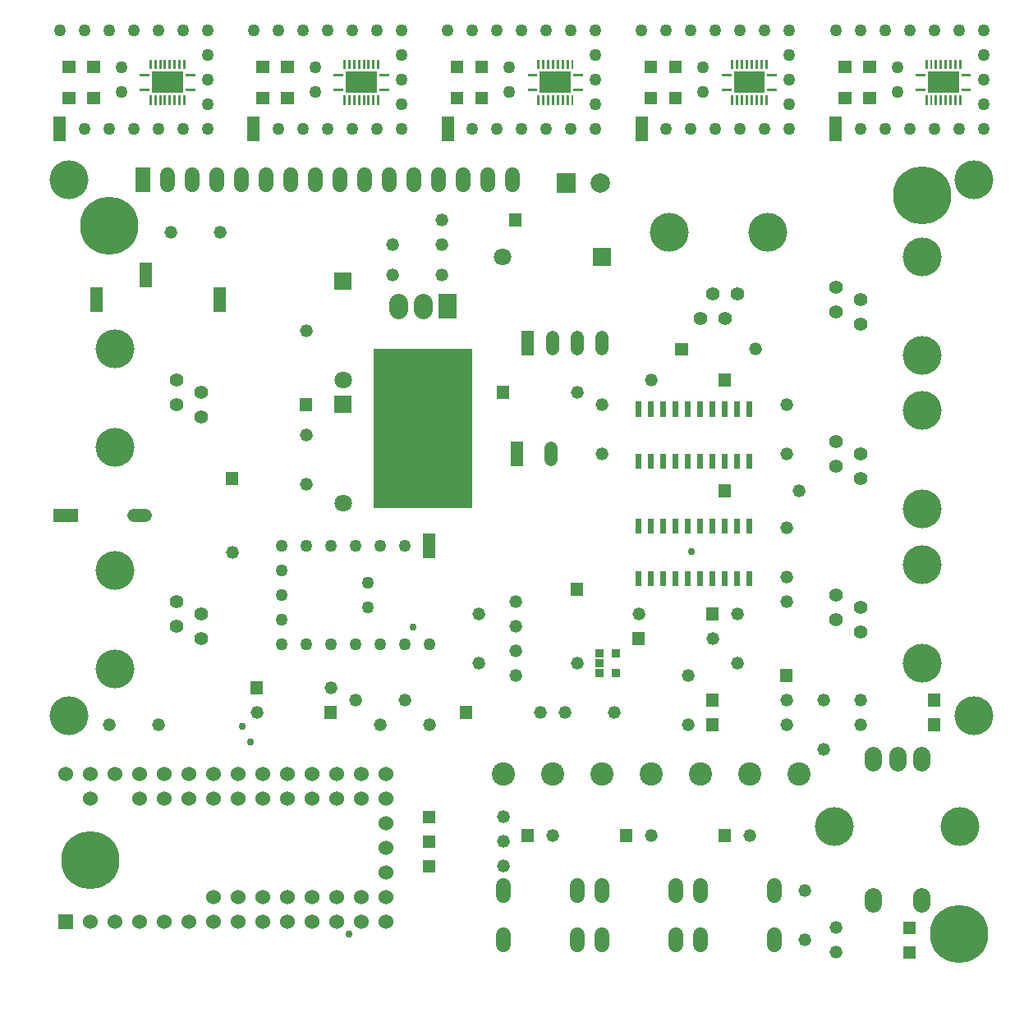
<source format=gts>
%FSLAX24Y24*%
%MOIN*%
%ADD10C,0.0300*%
%ADD11C,0.0500*%
%ADD12C,0.0520*%
%ADD13C,0.0551*%
%ADD14C,0.0591*%
%ADD15C,0.0600*%
%ADD16C,0.0700*%
%ADD17C,0.0709*%
%ADD18C,0.0750*%
%ADD19C,0.0787*%
%ADD20C,0.0945*%
%ADD21C,0.1575*%
%ADD22C,0.2362*%
D10*
G01X26641Y17288D03*
X8758Y9552D03*
X12734Y1734D03*
X15356Y14228D03*
X8427Y10176D03*
D11*
G01X11000Y17500D03*
X10000Y17500D03*
X10000Y14500D03*
X14000Y17500D03*
X15000Y17500D03*
X14000Y13500D03*
X13500Y16000D03*
X12000Y13500D03*
X10000Y13500D03*
X10000Y15500D03*
X13000Y13500D03*
X12000Y17500D03*
X15000Y13500D03*
X13000Y17500D03*
X16000Y13500D03*
X13500Y15000D03*
X10000Y16500D03*
X11000Y13500D03*
X5000Y38458D03*
X2000Y34458D03*
X6000Y38458D03*
X6000Y34458D03*
X7000Y34458D03*
X2000Y38458D03*
X1000Y38458D03*
X7000Y37458D03*
X4000Y38458D03*
X3500Y35958D03*
X3500Y36958D03*
X7000Y35458D03*
X5000Y34458D03*
X7000Y36458D03*
X7000Y38458D03*
X3000Y34458D03*
X4000Y34458D03*
X3000Y38458D03*
X12874Y38458D03*
X9874Y34458D03*
X13874Y38458D03*
X13874Y34458D03*
X14874Y34458D03*
X9874Y38458D03*
X8874Y38458D03*
X14874Y37458D03*
X11874Y38458D03*
X11374Y35958D03*
X11374Y36958D03*
X14874Y35458D03*
X12874Y34458D03*
X14874Y36458D03*
X14874Y38458D03*
X10874Y34458D03*
X11874Y34458D03*
X10874Y38458D03*
X20748Y38458D03*
X17748Y34458D03*
X21748Y38458D03*
X21748Y34458D03*
X22748Y34458D03*
X17748Y38458D03*
X16748Y38458D03*
X22748Y37458D03*
X19748Y38458D03*
X19248Y35958D03*
X19248Y36958D03*
X22748Y35458D03*
X20748Y34458D03*
X22748Y36458D03*
X22748Y38458D03*
X18748Y34458D03*
X19748Y34458D03*
X18748Y38458D03*
X28622Y38458D03*
X25622Y34458D03*
X29622Y38458D03*
X29622Y34458D03*
X30622Y34458D03*
X25622Y38458D03*
X24622Y38458D03*
X30622Y37458D03*
X27622Y38458D03*
X27122Y35958D03*
X27122Y36958D03*
X30622Y35458D03*
X28622Y34458D03*
X30622Y36458D03*
X30622Y38458D03*
X26622Y34458D03*
X27622Y34458D03*
X26622Y38458D03*
X36496Y38458D03*
X33496Y34458D03*
X37496Y38458D03*
X37496Y34458D03*
X38496Y34458D03*
X33496Y38458D03*
X32496Y38458D03*
X38496Y37458D03*
X35496Y38458D03*
X34996Y35958D03*
X34996Y36958D03*
X38496Y35458D03*
X36496Y34458D03*
X38496Y36458D03*
X38496Y38458D03*
X34496Y34458D03*
X35496Y34458D03*
X34496Y38458D03*
D12*
G01X5500Y30250D03*
X7500Y30250D03*
X23500Y10750D03*
X21500Y10750D03*
X30500Y15250D03*
X3000Y10250D03*
X5000Y10250D03*
X28500Y12750D03*
X28500Y14750D03*
X14500Y29750D03*
X16500Y29750D03*
X30500Y23250D03*
X30500Y21250D03*
X11000Y22000D03*
X11000Y20000D03*
X23000Y23250D03*
X23000Y21250D03*
X30500Y18250D03*
X30500Y16250D03*
X29250Y25500D03*
X25000Y24250D03*
X31000Y19750D03*
X14500Y28500D03*
X16500Y28500D03*
X11000Y26250D03*
X16500Y30750D03*
X4490Y18750D02*
X4010Y18750D01*
X8000Y17250D03*
X27500Y13750D03*
X24500Y14750D03*
X19500Y13250D03*
X19500Y12250D03*
X19500Y14250D03*
X19500Y15250D03*
X18000Y14750D03*
X18000Y12750D03*
X16000Y10250D03*
X14000Y10250D03*
X22000Y12750D03*
X20500Y10750D03*
X9000Y10750D03*
X12000Y11750D03*
X13000Y11250D03*
X15000Y11250D03*
X21000Y25990D02*
X21000Y25510D01*
X22000Y25990D02*
X22000Y25510D01*
X23000Y25990D02*
X23000Y25510D01*
X22000Y23750D03*
X20939Y21010D02*
X20939Y21490D01*
X29000Y5750D03*
X25000Y5750D03*
X21000Y5750D03*
X19000Y5500D03*
X19000Y6500D03*
X19000Y4500D03*
X32500Y2000D03*
X32500Y1000D03*
X31250Y1500D03*
X31250Y3500D03*
X33500Y11250D03*
X33500Y10250D03*
X32000Y9250D03*
X32000Y11250D03*
X30500Y10250D03*
X30500Y11250D03*
X26500Y10250D03*
X26500Y12250D03*
D13*
G01X33500Y14000D03*
X32500Y15500D03*
X33500Y15000D03*
X32500Y14500D03*
X33500Y20250D03*
X32500Y21750D03*
X33500Y21250D03*
X32500Y20750D03*
X33500Y26500D03*
X32500Y28000D03*
X33500Y27500D03*
X32500Y27000D03*
X28500Y27750D03*
X27000Y26750D03*
X27500Y27750D03*
X28000Y26750D03*
X5750Y24250D03*
X6750Y22750D03*
X5750Y23250D03*
X6750Y23750D03*
X5750Y15250D03*
X6750Y13750D03*
X5750Y14250D03*
X6750Y14750D03*
D14*
G01X14375Y32580D02*
X14375Y32170D01*
X7375Y32580D02*
X7375Y32170D01*
X15375Y32580D02*
X15375Y32170D01*
X10375Y32580D02*
X10375Y32170D01*
X13375Y32580D02*
X13375Y32170D01*
X18375Y32580D02*
X18375Y32170D01*
X11375Y32580D02*
X11375Y32170D01*
X8375Y32580D02*
X8375Y32170D01*
X19375Y32580D02*
X19375Y32170D01*
X6375Y32580D02*
X6375Y32170D01*
X12375Y32580D02*
X12375Y32170D01*
X9375Y32580D02*
X9375Y32170D01*
X16375Y32580D02*
X16375Y32170D01*
X17375Y32580D02*
X17375Y32170D01*
X5375Y32580D02*
X5375Y32170D01*
D15*
G01X13250Y8250D03*
X5250Y8250D03*
X11250Y7250D03*
X13250Y7250D03*
X7250Y7250D03*
X8250Y2250D03*
X14250Y2250D03*
X7250Y2250D03*
X9250Y7250D03*
X4250Y8250D03*
X7250Y3250D03*
X10250Y2250D03*
X6250Y8250D03*
X8250Y3250D03*
X12250Y3250D03*
X9250Y2250D03*
X9250Y3250D03*
X10250Y7250D03*
X12250Y8250D03*
X13250Y2250D03*
X14250Y8250D03*
X6250Y7250D03*
X10250Y3250D03*
X8250Y7250D03*
X9250Y8250D03*
X3250Y8250D03*
X11250Y2250D03*
X4250Y2250D03*
X12250Y2250D03*
X14250Y7250D03*
X14250Y3250D03*
X13250Y3250D03*
X7250Y8250D03*
X8250Y8250D03*
X4250Y7250D03*
X14250Y5250D03*
X11250Y3250D03*
X3250Y2250D03*
X5250Y7250D03*
X1250Y8250D03*
X14250Y6250D03*
X2250Y8250D03*
X12250Y7250D03*
X6250Y2250D03*
X11250Y8250D03*
X5250Y2250D03*
X14250Y4250D03*
X2250Y2250D03*
X2250Y7250D03*
X10250Y8250D03*
X22000Y3700D02*
X22000Y3300D01*
X22000Y1700D02*
X22000Y1300D01*
X19000Y1700D02*
X19000Y1300D01*
X19000Y3700D02*
X19000Y3300D01*
X26000Y3700D02*
X26000Y3300D01*
X26000Y1700D02*
X26000Y1300D01*
X23000Y1700D02*
X23000Y1300D01*
X23000Y3700D02*
X23000Y3300D01*
X30000Y3700D02*
X30000Y3300D01*
X30000Y1700D02*
X30000Y1300D01*
X27000Y1700D02*
X27000Y1300D01*
X27000Y3700D02*
X27000Y3300D01*
D16*
G01X35000Y9004D02*
X35000Y8704D01*
X35984Y3296D02*
X35984Y2996D01*
X34016Y3296D02*
X34016Y2996D01*
X35984Y9004D02*
X35984Y8704D01*
X34016Y9004D02*
X34016Y8704D01*
D17*
G01X18987Y29250D03*
X12500Y24237D03*
X12500Y19237D03*
D18*
G01X14750Y27125D02*
X14750Y27375D01*
X15750Y27125D02*
X15750Y27375D01*
D19*
G01X22939Y32250D03*
D20*
G01X31000Y8250D03*
X19000Y8250D03*
X29000Y8250D03*
X21000Y8250D03*
X27000Y8250D03*
X25000Y8250D03*
X23000Y8250D03*
D21*
G01X36000Y16750D03*
X36000Y12750D03*
X36000Y23000D03*
X36000Y19000D03*
X36000Y29250D03*
X36000Y25250D03*
X25750Y30250D03*
X29750Y30250D03*
X1375Y32375D03*
X1375Y10625D03*
X38125Y10625D03*
X38125Y32375D03*
X3250Y21500D03*
X3250Y25500D03*
X3250Y12500D03*
X3250Y16500D03*
X32441Y6098D03*
X37559Y6098D03*
D22*
G01X37500Y1750D03*
X36000Y31750D03*
X3000Y30500D03*
X2250Y4750D03*
G36*
X22657Y28895D02*
X23366Y28895D01*
X23366Y29604D01*
X22657Y29604D01*
X22657Y28895D01*
G37*
G36*
X30240Y12510D02*
X30240Y11990D01*
X30760Y11990D01*
X30760Y12510D01*
X30240Y12510D01*
G37*
G36*
X21954Y32643D02*
X21167Y32643D01*
X21167Y31856D01*
X21954Y31856D01*
X21954Y32643D01*
G37*
G36*
X16375Y26750D02*
X17125Y26750D01*
X17125Y27750D01*
X16375Y27750D01*
X16375Y26750D01*
G37*
G36*
X13750Y21000D02*
X17750Y21000D01*
X17750Y25500D01*
X13750Y25500D01*
X13750Y21000D01*
G37*
G36*
X13750Y19050D02*
X17750Y19050D01*
X17750Y21450D01*
X13750Y21450D01*
X13750Y19050D01*
G37*
G36*
X26510Y25760D02*
X25990Y25760D01*
X25990Y25240D01*
X26510Y25240D01*
X26510Y25760D01*
G37*
G36*
X27740Y23990D02*
X28260Y23990D01*
X28260Y24510D01*
X27740Y24510D01*
X27740Y23990D01*
G37*
G36*
X28260Y20010D02*
X27740Y20010D01*
X27740Y19490D01*
X28260Y19490D01*
X28260Y20010D01*
G37*
G36*
X29118Y16492D02*
X28882Y16492D01*
X28882Y15882D01*
X29118Y15882D01*
X29118Y16492D01*
G37*
G36*
X27118Y18618D02*
X26882Y18618D01*
X26882Y18008D01*
X27118Y18008D01*
X27118Y18618D01*
G37*
G36*
X24618Y16492D02*
X24382Y16492D01*
X24382Y15882D01*
X24618Y15882D01*
X24618Y16492D01*
G37*
G36*
X25118Y16492D02*
X24882Y16492D01*
X24882Y15882D01*
X25118Y15882D01*
X25118Y16492D01*
G37*
G36*
X28118Y16492D02*
X27882Y16492D01*
X27882Y15882D01*
X28118Y15882D01*
X28118Y16492D01*
G37*
G36*
X27118Y16492D02*
X26882Y16492D01*
X26882Y15882D01*
X27118Y15882D01*
X27118Y16492D01*
G37*
G36*
X27618Y16492D02*
X27382Y16492D01*
X27382Y15882D01*
X27618Y15882D01*
X27618Y16492D01*
G37*
G36*
X25618Y18618D02*
X25382Y18618D01*
X25382Y18008D01*
X25618Y18008D01*
X25618Y18618D01*
G37*
G36*
X27618Y18618D02*
X27382Y18618D01*
X27382Y18008D01*
X27618Y18008D01*
X27618Y18618D01*
G37*
G36*
X28618Y16492D02*
X28382Y16492D01*
X28382Y15882D01*
X28618Y15882D01*
X28618Y16492D01*
G37*
G36*
X26118Y16492D02*
X25882Y16492D01*
X25882Y15882D01*
X26118Y15882D01*
X26118Y16492D01*
G37*
G36*
X28118Y18618D02*
X27882Y18618D01*
X27882Y18008D01*
X28118Y18008D01*
X28118Y18618D01*
G37*
G36*
X25618Y16492D02*
X25382Y16492D01*
X25382Y15882D01*
X25618Y15882D01*
X25618Y16492D01*
G37*
G36*
X28618Y18618D02*
X28382Y18618D01*
X28382Y18008D01*
X28618Y18008D01*
X28618Y18618D01*
G37*
G36*
X29118Y18618D02*
X28882Y18618D01*
X28882Y18008D01*
X29118Y18008D01*
X29118Y18618D01*
G37*
G36*
X26618Y16492D02*
X26382Y16492D01*
X26382Y15882D01*
X26618Y15882D01*
X26618Y16492D01*
G37*
G36*
X26118Y18618D02*
X25882Y18618D01*
X25882Y18008D01*
X26118Y18008D01*
X26118Y18618D01*
G37*
G36*
X26618Y18618D02*
X26382Y18618D01*
X26382Y18008D01*
X26618Y18008D01*
X26618Y18618D01*
G37*
G36*
X25118Y18618D02*
X24882Y18618D01*
X24882Y18008D01*
X25118Y18008D01*
X25118Y18618D01*
G37*
G36*
X24618Y18618D02*
X24382Y18618D01*
X24382Y18008D01*
X24618Y18008D01*
X24618Y18618D01*
G37*
G36*
X29118Y21242D02*
X28882Y21242D01*
X28882Y20632D01*
X29118Y20632D01*
X29118Y21242D01*
G37*
G36*
X27118Y23368D02*
X26882Y23368D01*
X26882Y22758D01*
X27118Y22758D01*
X27118Y23368D01*
G37*
G36*
X24618Y21242D02*
X24382Y21242D01*
X24382Y20632D01*
X24618Y20632D01*
X24618Y21242D01*
G37*
G36*
X25118Y21242D02*
X24882Y21242D01*
X24882Y20632D01*
X25118Y20632D01*
X25118Y21242D01*
G37*
G36*
X28118Y21242D02*
X27882Y21242D01*
X27882Y20632D01*
X28118Y20632D01*
X28118Y21242D01*
G37*
G36*
X27118Y21242D02*
X26882Y21242D01*
X26882Y20632D01*
X27118Y20632D01*
X27118Y21242D01*
G37*
G36*
X27618Y21242D02*
X27382Y21242D01*
X27382Y20632D01*
X27618Y20632D01*
X27618Y21242D01*
G37*
G36*
X25618Y23368D02*
X25382Y23368D01*
X25382Y22758D01*
X25618Y22758D01*
X25618Y23368D01*
G37*
G36*
X27618Y23368D02*
X27382Y23368D01*
X27382Y22758D01*
X27618Y22758D01*
X27618Y23368D01*
G37*
G36*
X28618Y21242D02*
X28382Y21242D01*
X28382Y20632D01*
X28618Y20632D01*
X28618Y21242D01*
G37*
G36*
X26118Y21242D02*
X25882Y21242D01*
X25882Y20632D01*
X26118Y20632D01*
X26118Y21242D01*
G37*
G36*
X28118Y23368D02*
X27882Y23368D01*
X27882Y22758D01*
X28118Y22758D01*
X28118Y23368D01*
G37*
G36*
X25618Y21242D02*
X25382Y21242D01*
X25382Y20632D01*
X25618Y20632D01*
X25618Y21242D01*
G37*
G36*
X28618Y23368D02*
X28382Y23368D01*
X28382Y22758D01*
X28618Y22758D01*
X28618Y23368D01*
G37*
G36*
X29118Y23368D02*
X28882Y23368D01*
X28882Y22758D01*
X29118Y22758D01*
X29118Y23368D01*
G37*
G36*
X26618Y21242D02*
X26382Y21242D01*
X26382Y20632D01*
X26618Y20632D01*
X26618Y21242D01*
G37*
G36*
X26118Y23368D02*
X25882Y23368D01*
X25882Y22758D01*
X26118Y22758D01*
X26118Y23368D01*
G37*
G36*
X26618Y23368D02*
X26382Y23368D01*
X26382Y22758D01*
X26618Y22758D01*
X26618Y23368D01*
G37*
G36*
X25118Y23368D02*
X24882Y23368D01*
X24882Y22758D01*
X25118Y22758D01*
X25118Y23368D01*
G37*
G36*
X24618Y23368D02*
X24382Y23368D01*
X24382Y22758D01*
X24618Y22758D01*
X24618Y23368D01*
G37*
G36*
X1550Y2550D02*
X950Y2550D01*
X950Y1950D01*
X1550Y1950D01*
X1550Y2550D01*
G37*
G36*
X12854Y27907D02*
X12854Y28616D01*
X12145Y28616D01*
X12145Y27907D01*
X12854Y27907D01*
G37*
G36*
X12854Y22907D02*
X12854Y23616D01*
X12145Y23616D01*
X12145Y22907D01*
X12854Y22907D01*
G37*
G36*
X10740Y23510D02*
X10740Y22990D01*
X11260Y22990D01*
X11260Y23510D01*
X10740Y23510D01*
G37*
G36*
X4670Y32875D02*
X4079Y32875D01*
X4079Y31875D01*
X4670Y31875D01*
X4670Y32875D01*
G37*
G36*
X4240Y28000D02*
X4760Y28000D01*
X4760Y29000D01*
X4240Y29000D01*
X4240Y28000D01*
G37*
G36*
X2240Y27000D02*
X2760Y27000D01*
X2760Y28000D01*
X2240Y28000D01*
X2240Y27000D01*
G37*
G36*
X7240Y27000D02*
X7760Y27000D01*
X7760Y28000D01*
X7240Y28000D01*
X7240Y27000D01*
G37*
G36*
X19240Y30490D02*
X19760Y30490D01*
X19760Y31010D01*
X19240Y31010D01*
X19240Y30490D01*
G37*
G36*
X1750Y18490D02*
X1750Y19010D01*
X750Y19010D01*
X750Y18490D01*
X1750Y18490D01*
G37*
G36*
X8260Y19990D02*
X8260Y20510D01*
X7740Y20510D01*
X7740Y19990D01*
X8260Y19990D01*
G37*
G36*
X15750Y17000D02*
X16250Y17000D01*
X16250Y18000D01*
X15750Y18000D01*
X15750Y17000D01*
G37*
G36*
X23090Y13305D02*
X22740Y13305D01*
X22740Y12995D01*
X23090Y12995D01*
X23090Y13305D01*
G37*
G36*
X23760Y13305D02*
X23410Y13305D01*
X23410Y12995D01*
X23760Y12995D01*
X23760Y13305D01*
G37*
G36*
X23760Y12505D02*
X23410Y12505D01*
X23410Y12195D01*
X23760Y12195D01*
X23760Y12505D01*
G37*
G36*
X23090Y12905D02*
X22740Y12905D01*
X22740Y12595D01*
X23090Y12595D01*
X23090Y12905D01*
G37*
G36*
X23090Y12505D02*
X22740Y12505D01*
X22740Y12195D01*
X23090Y12195D01*
X23090Y12505D01*
G37*
G36*
X24760Y14010D02*
X24240Y14010D01*
X24240Y13490D01*
X24760Y13490D01*
X24760Y14010D01*
G37*
G36*
X27240Y14490D02*
X27760Y14490D01*
X27760Y15010D01*
X27240Y15010D01*
X27240Y14490D01*
G37*
G36*
X22260Y15490D02*
X22260Y16010D01*
X21740Y16010D01*
X21740Y15490D01*
X22260Y15490D01*
G37*
G36*
X17760Y11010D02*
X17240Y11010D01*
X17240Y10490D01*
X17760Y10490D01*
X17760Y11010D01*
G37*
G36*
X11740Y10490D02*
X12260Y10490D01*
X12260Y11010D01*
X11740Y11010D01*
X11740Y10490D01*
G37*
G36*
X9260Y12010D02*
X8740Y12010D01*
X8740Y11490D01*
X9260Y11490D01*
X9260Y12010D01*
G37*
G36*
X20260Y26250D02*
X19740Y26250D01*
X19740Y25250D01*
X20260Y25250D01*
X20260Y26250D01*
G37*
G36*
X19260Y24010D02*
X18740Y24010D01*
X18740Y23490D01*
X19260Y23490D01*
X19260Y24010D01*
G37*
G36*
X19301Y20750D02*
X19821Y20750D01*
X19821Y21750D01*
X19301Y21750D01*
X19301Y20750D01*
G37*
G36*
X28260Y6010D02*
X27740Y6010D01*
X27740Y5490D01*
X28260Y5490D01*
X28260Y6010D01*
G37*
G36*
X24260Y6010D02*
X23740Y6010D01*
X23740Y5490D01*
X24260Y5490D01*
X24260Y6010D01*
G37*
G36*
X20260Y6010D02*
X19740Y6010D01*
X19740Y5490D01*
X20260Y5490D01*
X20260Y6010D01*
G37*
G36*
X16260Y5760D02*
X15740Y5760D01*
X15740Y5240D01*
X16260Y5240D01*
X16260Y5760D01*
G37*
G36*
X16260Y6760D02*
X15740Y6760D01*
X15740Y6240D01*
X16260Y6240D01*
X16260Y6760D01*
G37*
G36*
X16260Y4760D02*
X15740Y4760D01*
X15740Y4240D01*
X16260Y4240D01*
X16260Y4760D01*
G37*
G36*
X35240Y1740D02*
X35760Y1740D01*
X35760Y2260D01*
X35240Y2260D01*
X35240Y1740D01*
G37*
G36*
X35240Y740D02*
X35760Y740D01*
X35760Y1260D01*
X35240Y1260D01*
X35240Y740D01*
G37*
G36*
X36240Y10990D02*
X36760Y10990D01*
X36760Y11510D01*
X36240Y11510D01*
X36240Y10990D01*
G37*
G36*
X36240Y9990D02*
X36760Y9990D01*
X36760Y10510D01*
X36240Y10510D01*
X36240Y9990D01*
G37*
G36*
X27760Y10510D02*
X27240Y10510D01*
X27240Y9990D01*
X27760Y9990D01*
X27760Y10510D01*
G37*
G36*
X27760Y11510D02*
X27240Y11510D01*
X27240Y10990D01*
X27760Y10990D01*
X27760Y11510D01*
G37*
G36*
X4834Y37258D02*
X4834Y36864D01*
X4932Y36864D01*
X4932Y37258D01*
X4834Y37258D01*
G37*
G36*
X5424Y37258D02*
X5424Y36864D01*
X5522Y36864D01*
X5522Y37258D01*
X5424Y37258D01*
G37*
G36*
X6015Y35801D02*
X6015Y35407D01*
X6113Y35407D01*
X6113Y35801D01*
X6015Y35801D01*
G37*
G36*
X4253Y36677D02*
X4253Y36579D01*
X4647Y36579D01*
X4647Y36677D01*
X4253Y36677D01*
G37*
G36*
X6103Y36086D02*
X6103Y35988D01*
X6497Y35988D01*
X6497Y36086D01*
X6103Y36086D01*
G37*
G36*
X5228Y37258D02*
X5228Y36864D01*
X5326Y36864D01*
X5326Y37258D01*
X5228Y37258D01*
G37*
G36*
X5818Y35801D02*
X5818Y35407D01*
X5916Y35407D01*
X5916Y35801D01*
X5818Y35801D01*
G37*
G36*
X6103Y36677D02*
X6103Y36579D01*
X6497Y36579D01*
X6497Y36677D01*
X6103Y36677D01*
G37*
G36*
X5031Y35801D02*
X5031Y35407D01*
X5129Y35407D01*
X5129Y35801D01*
X5031Y35801D01*
G37*
G36*
X4834Y35801D02*
X4834Y35407D01*
X4932Y35407D01*
X4932Y35801D01*
X4834Y35801D01*
G37*
G36*
X5228Y35801D02*
X5228Y35407D01*
X5326Y35407D01*
X5326Y35801D01*
X5228Y35801D01*
G37*
G36*
X5621Y35801D02*
X5621Y35407D01*
X5719Y35407D01*
X5719Y35801D01*
X5621Y35801D01*
G37*
G36*
X4637Y37258D02*
X4637Y36864D01*
X4735Y36864D01*
X4735Y37258D01*
X4637Y37258D01*
G37*
G36*
X5424Y35801D02*
X5424Y35407D01*
X5522Y35407D01*
X5522Y35801D01*
X5424Y35801D01*
G37*
G36*
X5621Y37258D02*
X5621Y36864D01*
X5719Y36864D01*
X5719Y37258D01*
X5621Y37258D01*
G37*
G36*
X5818Y37258D02*
X5818Y36864D01*
X5916Y36864D01*
X5916Y37258D01*
X5818Y37258D01*
G37*
G36*
X4745Y36766D02*
X4745Y35900D01*
X6005Y35900D01*
X6005Y36766D01*
X4745Y36766D01*
G37*
G36*
X4637Y35801D02*
X4637Y35407D01*
X4735Y35407D01*
X4735Y35801D01*
X4637Y35801D01*
G37*
G36*
X6015Y37258D02*
X6015Y36864D01*
X6113Y36864D01*
X6113Y37258D01*
X6015Y37258D01*
G37*
G36*
X4253Y36086D02*
X4253Y35988D01*
X4647Y35988D01*
X4647Y36086D01*
X4253Y36086D01*
G37*
G36*
X5031Y37258D02*
X5031Y36864D01*
X5129Y36864D01*
X5129Y37258D01*
X5031Y37258D01*
G37*
G36*
X1250Y34958D02*
X750Y34958D01*
X750Y33958D01*
X1250Y33958D01*
X1250Y34958D01*
G37*
G36*
X1635Y37208D02*
X1115Y37208D01*
X1115Y36708D01*
X1635Y36708D01*
X1635Y37208D01*
G37*
G36*
X2635Y37208D02*
X2115Y37208D01*
X2115Y36708D01*
X2635Y36708D01*
X2635Y37208D01*
G37*
G36*
X1635Y35958D02*
X1115Y35958D01*
X1115Y35458D01*
X1635Y35458D01*
X1635Y35958D01*
G37*
G36*
X2635Y35958D02*
X2115Y35958D01*
X2115Y35458D01*
X2635Y35458D01*
X2635Y35958D01*
G37*
G36*
X12708Y37258D02*
X12708Y36864D01*
X12806Y36864D01*
X12806Y37258D01*
X12708Y37258D01*
G37*
G36*
X13298Y37258D02*
X13298Y36864D01*
X13396Y36864D01*
X13396Y37258D01*
X13298Y37258D01*
G37*
G36*
X13889Y35801D02*
X13889Y35407D01*
X13987Y35407D01*
X13987Y35801D01*
X13889Y35801D01*
G37*
G36*
X12127Y36677D02*
X12127Y36579D01*
X12521Y36579D01*
X12521Y36677D01*
X12127Y36677D01*
G37*
G36*
X13977Y36086D02*
X13977Y35988D01*
X14371Y35988D01*
X14371Y36086D01*
X13977Y36086D01*
G37*
G36*
X13102Y37258D02*
X13102Y36864D01*
X13200Y36864D01*
X13200Y37258D01*
X13102Y37258D01*
G37*
G36*
X13692Y35801D02*
X13692Y35407D01*
X13790Y35407D01*
X13790Y35801D01*
X13692Y35801D01*
G37*
G36*
X13977Y36677D02*
X13977Y36579D01*
X14371Y36579D01*
X14371Y36677D01*
X13977Y36677D01*
G37*
G36*
X12905Y35801D02*
X12905Y35407D01*
X13003Y35407D01*
X13003Y35801D01*
X12905Y35801D01*
G37*
G36*
X12708Y35801D02*
X12708Y35407D01*
X12806Y35407D01*
X12806Y35801D01*
X12708Y35801D01*
G37*
G36*
X13102Y35801D02*
X13102Y35407D01*
X13200Y35407D01*
X13200Y35801D01*
X13102Y35801D01*
G37*
G36*
X13495Y35801D02*
X13495Y35407D01*
X13593Y35407D01*
X13593Y35801D01*
X13495Y35801D01*
G37*
G36*
X12511Y37258D02*
X12511Y36864D01*
X12609Y36864D01*
X12609Y37258D01*
X12511Y37258D01*
G37*
G36*
X13298Y35801D02*
X13298Y35407D01*
X13396Y35407D01*
X13396Y35801D01*
X13298Y35801D01*
G37*
G36*
X13495Y37258D02*
X13495Y36864D01*
X13593Y36864D01*
X13593Y37258D01*
X13495Y37258D01*
G37*
G36*
X13692Y37258D02*
X13692Y36864D01*
X13790Y36864D01*
X13790Y37258D01*
X13692Y37258D01*
G37*
G36*
X12619Y36766D02*
X12619Y35900D01*
X13879Y35900D01*
X13879Y36766D01*
X12619Y36766D01*
G37*
G36*
X12511Y35801D02*
X12511Y35407D01*
X12609Y35407D01*
X12609Y35801D01*
X12511Y35801D01*
G37*
G36*
X13889Y37258D02*
X13889Y36864D01*
X13987Y36864D01*
X13987Y37258D01*
X13889Y37258D01*
G37*
G36*
X12127Y36086D02*
X12127Y35988D01*
X12521Y35988D01*
X12521Y36086D01*
X12127Y36086D01*
G37*
G36*
X12905Y37258D02*
X12905Y36864D01*
X13003Y36864D01*
X13003Y37258D01*
X12905Y37258D01*
G37*
G36*
X9124Y34958D02*
X8624Y34958D01*
X8624Y33958D01*
X9124Y33958D01*
X9124Y34958D01*
G37*
G36*
X9509Y37208D02*
X8989Y37208D01*
X8989Y36708D01*
X9509Y36708D01*
X9509Y37208D01*
G37*
G36*
X10509Y37208D02*
X9989Y37208D01*
X9989Y36708D01*
X10509Y36708D01*
X10509Y37208D01*
G37*
G36*
X9509Y35958D02*
X8989Y35958D01*
X8989Y35458D01*
X9509Y35458D01*
X9509Y35958D01*
G37*
G36*
X10509Y35958D02*
X9989Y35958D01*
X9989Y35458D01*
X10509Y35458D01*
X10509Y35958D01*
G37*
G36*
X20582Y37258D02*
X20582Y36864D01*
X20680Y36864D01*
X20680Y37258D01*
X20582Y37258D01*
G37*
G36*
X21172Y37258D02*
X21172Y36864D01*
X21270Y36864D01*
X21270Y37258D01*
X21172Y37258D01*
G37*
G36*
X21763Y35801D02*
X21763Y35407D01*
X21861Y35407D01*
X21861Y35801D01*
X21763Y35801D01*
G37*
G36*
X20001Y36677D02*
X20001Y36579D01*
X20395Y36579D01*
X20395Y36677D01*
X20001Y36677D01*
G37*
G36*
X21851Y36086D02*
X21851Y35988D01*
X22245Y35988D01*
X22245Y36086D01*
X21851Y36086D01*
G37*
G36*
X20976Y37258D02*
X20976Y36864D01*
X21074Y36864D01*
X21074Y37258D01*
X20976Y37258D01*
G37*
G36*
X21566Y35801D02*
X21566Y35407D01*
X21664Y35407D01*
X21664Y35801D01*
X21566Y35801D01*
G37*
G36*
X21851Y36677D02*
X21851Y36579D01*
X22245Y36579D01*
X22245Y36677D01*
X21851Y36677D01*
G37*
G36*
X20779Y35801D02*
X20779Y35407D01*
X20877Y35407D01*
X20877Y35801D01*
X20779Y35801D01*
G37*
G36*
X20582Y35801D02*
X20582Y35407D01*
X20680Y35407D01*
X20680Y35801D01*
X20582Y35801D01*
G37*
G36*
X20976Y35801D02*
X20976Y35407D01*
X21074Y35407D01*
X21074Y35801D01*
X20976Y35801D01*
G37*
G36*
X21369Y35801D02*
X21369Y35407D01*
X21467Y35407D01*
X21467Y35801D01*
X21369Y35801D01*
G37*
G36*
X20385Y37258D02*
X20385Y36864D01*
X20483Y36864D01*
X20483Y37258D01*
X20385Y37258D01*
G37*
G36*
X21172Y35801D02*
X21172Y35407D01*
X21270Y35407D01*
X21270Y35801D01*
X21172Y35801D01*
G37*
G36*
X21369Y37258D02*
X21369Y36864D01*
X21467Y36864D01*
X21467Y37258D01*
X21369Y37258D01*
G37*
G36*
X21566Y37258D02*
X21566Y36864D01*
X21664Y36864D01*
X21664Y37258D01*
X21566Y37258D01*
G37*
G36*
X20493Y36766D02*
X20493Y35900D01*
X21753Y35900D01*
X21753Y36766D01*
X20493Y36766D01*
G37*
G36*
X20385Y35801D02*
X20385Y35407D01*
X20483Y35407D01*
X20483Y35801D01*
X20385Y35801D01*
G37*
G36*
X21763Y37258D02*
X21763Y36864D01*
X21861Y36864D01*
X21861Y37258D01*
X21763Y37258D01*
G37*
G36*
X20001Y36086D02*
X20001Y35988D01*
X20395Y35988D01*
X20395Y36086D01*
X20001Y36086D01*
G37*
G36*
X20779Y37258D02*
X20779Y36864D01*
X20877Y36864D01*
X20877Y37258D01*
X20779Y37258D01*
G37*
G36*
X16998Y34958D02*
X16498Y34958D01*
X16498Y33958D01*
X16998Y33958D01*
X16998Y34958D01*
G37*
G36*
X17383Y37208D02*
X16863Y37208D01*
X16863Y36708D01*
X17383Y36708D01*
X17383Y37208D01*
G37*
G36*
X18383Y37208D02*
X17863Y37208D01*
X17863Y36708D01*
X18383Y36708D01*
X18383Y37208D01*
G37*
G36*
X17383Y35958D02*
X16863Y35958D01*
X16863Y35458D01*
X17383Y35458D01*
X17383Y35958D01*
G37*
G36*
X18383Y35958D02*
X17863Y35958D01*
X17863Y35458D01*
X18383Y35458D01*
X18383Y35958D01*
G37*
G36*
X28456Y37258D02*
X28456Y36864D01*
X28554Y36864D01*
X28554Y37258D01*
X28456Y37258D01*
G37*
G36*
X29046Y37258D02*
X29046Y36864D01*
X29144Y36864D01*
X29144Y37258D01*
X29046Y37258D01*
G37*
G36*
X29637Y35801D02*
X29637Y35407D01*
X29735Y35407D01*
X29735Y35801D01*
X29637Y35801D01*
G37*
G36*
X27875Y36677D02*
X27875Y36579D01*
X28269Y36579D01*
X28269Y36677D01*
X27875Y36677D01*
G37*
G36*
X29725Y36086D02*
X29725Y35988D01*
X30119Y35988D01*
X30119Y36086D01*
X29725Y36086D01*
G37*
G36*
X28850Y37258D02*
X28850Y36864D01*
X28948Y36864D01*
X28948Y37258D01*
X28850Y37258D01*
G37*
G36*
X29440Y35801D02*
X29440Y35407D01*
X29538Y35407D01*
X29538Y35801D01*
X29440Y35801D01*
G37*
G36*
X29725Y36677D02*
X29725Y36579D01*
X30119Y36579D01*
X30119Y36677D01*
X29725Y36677D01*
G37*
G36*
X28653Y35801D02*
X28653Y35407D01*
X28751Y35407D01*
X28751Y35801D01*
X28653Y35801D01*
G37*
G36*
X28456Y35801D02*
X28456Y35407D01*
X28554Y35407D01*
X28554Y35801D01*
X28456Y35801D01*
G37*
G36*
X28850Y35801D02*
X28850Y35407D01*
X28948Y35407D01*
X28948Y35801D01*
X28850Y35801D01*
G37*
G36*
X29243Y35801D02*
X29243Y35407D01*
X29341Y35407D01*
X29341Y35801D01*
X29243Y35801D01*
G37*
G36*
X28259Y37258D02*
X28259Y36864D01*
X28357Y36864D01*
X28357Y37258D01*
X28259Y37258D01*
G37*
G36*
X29046Y35801D02*
X29046Y35407D01*
X29144Y35407D01*
X29144Y35801D01*
X29046Y35801D01*
G37*
G36*
X29243Y37258D02*
X29243Y36864D01*
X29341Y36864D01*
X29341Y37258D01*
X29243Y37258D01*
G37*
G36*
X29440Y37258D02*
X29440Y36864D01*
X29538Y36864D01*
X29538Y37258D01*
X29440Y37258D01*
G37*
G36*
X28367Y36766D02*
X28367Y35900D01*
X29627Y35900D01*
X29627Y36766D01*
X28367Y36766D01*
G37*
G36*
X28259Y35801D02*
X28259Y35407D01*
X28357Y35407D01*
X28357Y35801D01*
X28259Y35801D01*
G37*
G36*
X29637Y37258D02*
X29637Y36864D01*
X29735Y36864D01*
X29735Y37258D01*
X29637Y37258D01*
G37*
G36*
X27875Y36086D02*
X27875Y35988D01*
X28269Y35988D01*
X28269Y36086D01*
X27875Y36086D01*
G37*
G36*
X28653Y37258D02*
X28653Y36864D01*
X28751Y36864D01*
X28751Y37258D01*
X28653Y37258D01*
G37*
G36*
X24872Y34958D02*
X24372Y34958D01*
X24372Y33958D01*
X24872Y33958D01*
X24872Y34958D01*
G37*
G36*
X25257Y37208D02*
X24737Y37208D01*
X24737Y36708D01*
X25257Y36708D01*
X25257Y37208D01*
G37*
G36*
X26257Y37208D02*
X25737Y37208D01*
X25737Y36708D01*
X26257Y36708D01*
X26257Y37208D01*
G37*
G36*
X25257Y35958D02*
X24737Y35958D01*
X24737Y35458D01*
X25257Y35458D01*
X25257Y35958D01*
G37*
G36*
X26257Y35958D02*
X25737Y35958D01*
X25737Y35458D01*
X26257Y35458D01*
X26257Y35958D01*
G37*
G36*
X36330Y37258D02*
X36330Y36864D01*
X36428Y36864D01*
X36428Y37258D01*
X36330Y37258D01*
G37*
G36*
X36920Y37258D02*
X36920Y36864D01*
X37018Y36864D01*
X37018Y37258D01*
X36920Y37258D01*
G37*
G36*
X37511Y35801D02*
X37511Y35407D01*
X37609Y35407D01*
X37609Y35801D01*
X37511Y35801D01*
G37*
G36*
X35749Y36677D02*
X35749Y36579D01*
X36143Y36579D01*
X36143Y36677D01*
X35749Y36677D01*
G37*
G36*
X37599Y36086D02*
X37599Y35988D01*
X37993Y35988D01*
X37993Y36086D01*
X37599Y36086D01*
G37*
G36*
X36724Y37258D02*
X36724Y36864D01*
X36822Y36864D01*
X36822Y37258D01*
X36724Y37258D01*
G37*
G36*
X37314Y35801D02*
X37314Y35407D01*
X37412Y35407D01*
X37412Y35801D01*
X37314Y35801D01*
G37*
G36*
X37599Y36677D02*
X37599Y36579D01*
X37993Y36579D01*
X37993Y36677D01*
X37599Y36677D01*
G37*
G36*
X36527Y35801D02*
X36527Y35407D01*
X36625Y35407D01*
X36625Y35801D01*
X36527Y35801D01*
G37*
G36*
X36330Y35801D02*
X36330Y35407D01*
X36428Y35407D01*
X36428Y35801D01*
X36330Y35801D01*
G37*
G36*
X36724Y35801D02*
X36724Y35407D01*
X36822Y35407D01*
X36822Y35801D01*
X36724Y35801D01*
G37*
G36*
X37117Y35801D02*
X37117Y35407D01*
X37215Y35407D01*
X37215Y35801D01*
X37117Y35801D01*
G37*
G36*
X36133Y37258D02*
X36133Y36864D01*
X36231Y36864D01*
X36231Y37258D01*
X36133Y37258D01*
G37*
G36*
X36920Y35801D02*
X36920Y35407D01*
X37018Y35407D01*
X37018Y35801D01*
X36920Y35801D01*
G37*
G36*
X37117Y37258D02*
X37117Y36864D01*
X37215Y36864D01*
X37215Y37258D01*
X37117Y37258D01*
G37*
G36*
X37314Y37258D02*
X37314Y36864D01*
X37412Y36864D01*
X37412Y37258D01*
X37314Y37258D01*
G37*
G36*
X36241Y36766D02*
X36241Y35900D01*
X37501Y35900D01*
X37501Y36766D01*
X36241Y36766D01*
G37*
G36*
X36133Y35801D02*
X36133Y35407D01*
X36231Y35407D01*
X36231Y35801D01*
X36133Y35801D01*
G37*
G36*
X37511Y37258D02*
X37511Y36864D01*
X37609Y36864D01*
X37609Y37258D01*
X37511Y37258D01*
G37*
G36*
X35749Y36086D02*
X35749Y35988D01*
X36143Y35988D01*
X36143Y36086D01*
X35749Y36086D01*
G37*
G36*
X36527Y37258D02*
X36527Y36864D01*
X36625Y36864D01*
X36625Y37258D01*
X36527Y37258D01*
G37*
G36*
X32746Y34958D02*
X32246Y34958D01*
X32246Y33958D01*
X32746Y33958D01*
X32746Y34958D01*
G37*
G36*
X33131Y37208D02*
X32611Y37208D01*
X32611Y36708D01*
X33131Y36708D01*
X33131Y37208D01*
G37*
G36*
X34131Y37208D02*
X33611Y37208D01*
X33611Y36708D01*
X34131Y36708D01*
X34131Y37208D01*
G37*
G36*
X33131Y35958D02*
X32611Y35958D01*
X32611Y35458D01*
X33131Y35458D01*
X33131Y35958D01*
G37*
G36*
X34131Y35958D02*
X33611Y35958D01*
X33611Y35458D01*
X34131Y35458D01*
X34131Y35958D01*
G37*
M02*

</source>
